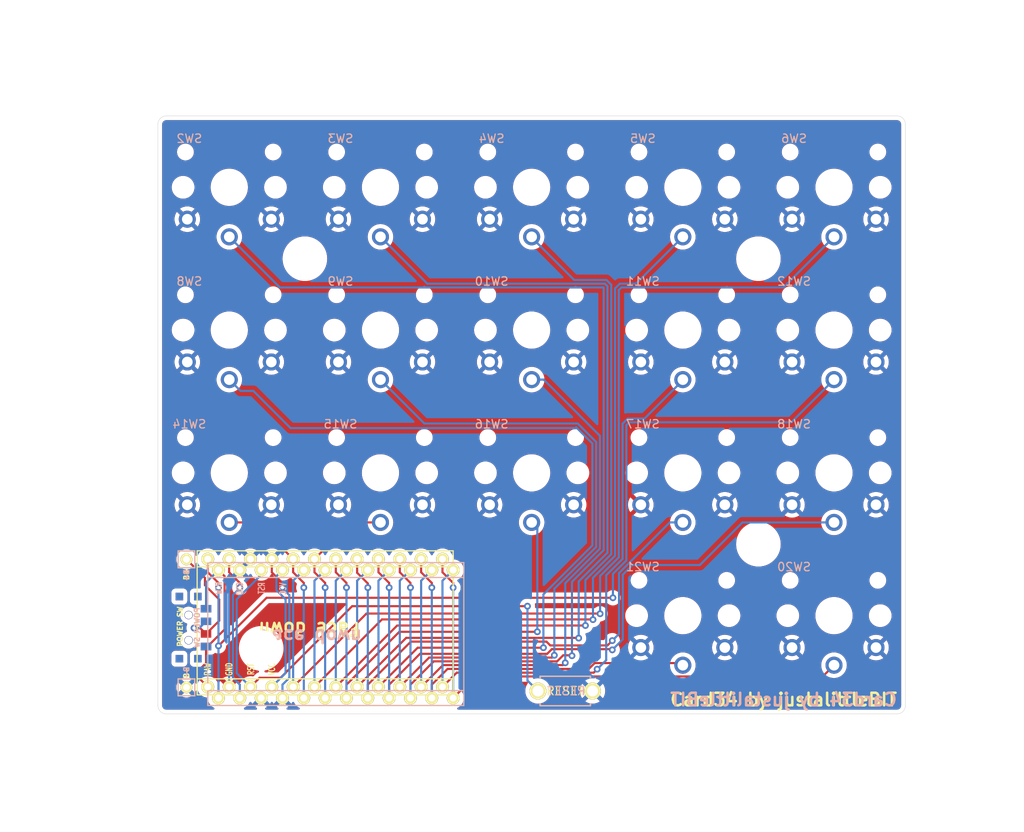
<source format=kicad_pcb>
(kicad_pcb (version 20211014) (generator pcbnew)
  (layers (0 "F.Cu" signal) (31 "B.Cu" signal) (34 "B.Paste" user) (35 "F.Paste" user) (36 "B.SilkS" user "B.Silkscreen") (37 "F.SilkS" user "F.Silkscreen") (38 "B.Mask" user) (39 "F.Mask" user) (44 "Edge.Cuts" user))
  (net 0 "")
  (net 1 "gnd")
  (net 2 "vcc")
  (net 3 "Switch18")
  (net 4 "reset")
  (net 5 "Switch1")
  (net 6 "Switch2")
  (net 7 "Switch3")
  (net 8 "Switch4")
  (net 9 "Switch5")
  (net 10 "Switch6")
  (net 11 "Switch7")
  (net 12 "Switch8")
  (net 13 "Switch9")
  (net 14 "Switch10")
  (net 15 "Switch11")
  (net 16 "Switch12")
  (net 17 "Switch13")
  (net 18 "Switch14")
  (net 19 "Switch15")
  (net 20 "Switch16")
  (net 21 "Switch17")
  (net 22 "raw")
  (net 23 "BT+_r")
  (net 24 "Net-(SW_POWERR1-Pad1)")
  (footprint "kbd:ResetSW" (layer "F.Cu") (at 80 94.974)
    (fp_text reference "RSW1" hide)
    (fp_text value "SW_Push")
  )
  (footprint "Kailh:SW_PG1350_rev_DPB" (layer "F.Cu") (at 40 35)
    (fp_text reference "SW2" hide)
    (fp_text value "SW_Push" hide)
  )
  (footprint "Kailh:SW_PG1350_rev_DPB" (layer "F.Cu") (at 58 35)
    (fp_text reference "SW3" hide)
    (fp_text value "SW_Push" hide)
  )
  (footprint "Kailh:SW_PG1350_rev_DPB" (layer "F.Cu") (at 76 35)
    (fp_text reference "SW4" hide)
    (fp_text value "SW_Push" hide)
  )
  (footprint "Kailh:SW_PG1350_rev_DPB" (layer "F.Cu") (at 94 35)
    (fp_text reference "SW5" hide)
    (fp_text value "SW_Push" hide)
  )
  (footprint "Kailh:SW_PG1350_rev_DPB" (layer "F.Cu") (at 112 35)
    (fp_text reference "SW6" hide)
    (fp_text value "SW_Push" hide)
  )
  (footprint "Kailh:SW_PG1350_rev_DPB" (layer "F.Cu") (at 40 52)
    (fp_text reference "SW8" hide)
    (fp_text value "SW_Push" hide)
  )
  (footprint "Kailh:SW_PG1350_rev_DPB" (layer "F.Cu") (at 58 52)
    (fp_text reference "SW9" hide)
    (fp_text value "SW_Push" hide)
  )
  (footprint "Kailh:SW_PG1350_rev_DPB" (layer "F.Cu") (at 76 52)
    (fp_text reference "SW10" hide)
    (fp_text value "SW_Push" hide)
  )
  (footprint "Kailh:SW_PG1350_rev_DPB" (layer "F.Cu") (at 94 52)
    (fp_text reference "SW11" hide)
    (fp_text value "SW_Push" hide)
  )
  (footprint "Kailh:SW_PG1350_rev_DPB" (layer "F.Cu") (at 112 52)
    (fp_text reference "SW12" hide)
    (fp_text value "SW_Push" hide)
  )
  (footprint "Kailh:SW_PG1350_rev_DPB" (layer "F.Cu") (at 40 69)
    (fp_text reference "SW14" hide)
    (fp_text value "SW_Push" hide)
  )
  (footprint "Kailh:SW_PG1350_rev_DPB" (layer "F.Cu") (at 58 69)
    (fp_text reference "SW15" hide)
    (fp_text value "SW_Push" hide)
  )
  (footprint "Kailh:SW_PG1350_rev_DPB" (layer "F.Cu") (at 76 69)
    (fp_text reference "SW16" hide)
    (fp_text value "SW_Push" hide)
  )
  (footprint "Kailh:SW_PG1350_rev_DPB" (layer "F.Cu") (at 94 69)
    (fp_text reference "SW17" hide)
    (fp_text value "SW_Push" hide)
  )
  (footprint "Kailh:SW_PG1350_rev_DPB" (layer "F.Cu") (at 112 69)
    (fp_text reference "SW18" hide)
    (fp_text value "SW_Push" hide)
  )
  (footprint "Kailh:SW_PG1350_rev_DPB" (layer "F.Cu") (at 112 86)
    (fp_text reference "SW20" hide)
    (fp_text value "SW_Push" hide)
  )
  (footprint "Kailh:SW_PG1350_rev_DPB" (layer "F.Cu") (at 94 86)
    (fp_text reference "SW21" hide)
    (fp_text value "SW_Push" hide)
  )
  (footprint "" (layer "F.Cu") (at 49 43.5)
    (fp_text reference "")
    (fp_text value "")
  )
  (footprint "kbd:ProMicro_v2" (layer "F.Cu") (at 51.92 86.92 90)
    (fp_text reference "U1" hide)
    (fp_text value "ProMicro-kbd" hide)
  )
  (footprint "kbd:1pin_conn" (layer "F.Cu") (at 34.902 94.54 90)
    (fp_text reference "B-")
    (fp_text value "MountingHole_Pad" hide)
  )
  (footprint "" (layer "F.Cu") (at 103 77.5)
    (fp_text reference "")
    (fp_text value "")
  )
  (footprint "" (layer "F.Cu") (at 103 43.5)
    (fp_text reference "")
    (fp_text value "")
  )
  (footprint "Kailh:SPDT_C128955r" (layer "F.Cu") (at 35.156 87.428 90)
    (fp_text reference "SW2" hide)
    (fp_text value "SW_SPDT")
  )
  (footprint "" (layer "F.Cu") (at 43.8 89.9)
    (fp_text reference "")
    (fp_text value "")
  )
  (footprint "kbd:1pin_conn" (layer "F.Cu") (at 34.902 79.3 90)
    (fp_text reference "B+")
    (fp_text value "MountingHole_Pad" hide)
  )
  (footprint "Kailh:SPDT_C128955" (layer "B.Cu") (at 35.156 87.428 -90)
    (fp_text reference "POWER SW")
    (fp_text value "SW_SPDT")
  )
  (gr_line (start 119.5 97.7) (end 32.5 97.7) (layer "Edge.Cuts") (width 0.05))
  (gr_arc (start 119.5 26.5) (mid 120.207107 26.792893) (end 120.5 27.5) (layer "Edge.Cuts") (width 0.05))
  (gr_arc (start 120.5 96.7) (mid 120.207107 97.407107) (end 119.5 97.7) (layer "Edge.Cuts") (width 0.05))
  (gr_line (start 32.5 26.5) (end 119.5 26.5) (layer "Edge.Cuts") (width 0.05))
  (gr_arc (start 31.5 27.5) (mid 31.792893 26.792893) (end 32.5 26.5) (layer "Edge.Cuts") (width 0.05))
  (gr_arc (start 32.5 97.7) (mid 31.792893 97.407107) (end 31.5 96.7) (layer "Edge.Cuts") (width 0.05))
  (gr_line (start 31.5 27.5) (end 31.5 96.7) (layer "Edge.Cuts") (width 0.05))
  (gr_line (start 120.5 27.5) (end 120.5 96.7) (layer "Edge.Cuts") (width 0.05))
  (gr_text "B-" (at 34.902 92.762 90) (layer "B.SilkS") (effects (font (size 0.6 0.6)) (justify mirror)))
  (gr_text "Card34 by justalittleBIT" (at 106 96) (layer "B.SilkS") (effects (font (size 1.5 1.5) (thickness 0.3)) (justify mirror)))
  (gr_text "B+" (at 34.902 81.205 90) (layer "B.SilkS") (effects (font (size 0.6 0.6)) (justify mirror)))
  (gr_text "Face down" (at 49.761 88.444 180) (layer "B.SilkS") (effects (font (size 1.5 1.5) (thickness 0.3)) (justify mirror)))
  (gr_text "POWER SW" (at 34.14 87.301 90) (layer "F.SilkS") (effects (font (size 0.6 0.6))))
  (gr_text "Face down" (at 49.507 87.555 180) (layer "F.SilkS") (effects (font (size 1.5 1.5) (thickness 0.3))))
  (gr_text "Card34 by justalittleBIT" (at 106 96) (layer "F.SilkS") (effects (font (size 1.5 1.5) (thickness 0.3))))
  (segment (start 42.522 79.2636) (end 42.522 79.3) (width 0.25) (layer "F.Cu") (net 1))
  (segment (start 45.062 80.83656) (end 45.062 79.2636) (width 0.25) (layer "F.Cu") (net 1))
  (segment (start 46.332 82.10656) (end 45.062 80.83656) (width 0.25) (layer "F.Cu") (net 1))
  (segment (start 38.1724 92.674) (end 39.982 94.4836) (width 0.25) (layer "F.Cu") (net 1))
  (segment (start 42.522 79.3) (end 41.252 80.57) (width 0.25) (layer "F.Cu") (net 1))
  (segment (start 37.6 92.674) (end 38.1724 92.674) (width 0.25) (layer "F.Cu") (net 1))
  (segment (start 46.332 82.742) (end 46.332 82.10656) (width 0.25) (layer "F.Cu") (net 1))
  (via (at 37.6 92.674) (size 0.8) (drill 0.4) (layers "F.Cu" "B.Cu") (net 1))
  (via (at 46.332 82.662) (size 0.8) (drill 0.4) (layers "F.Cu" "B.Cu") (net 1))
  (segment (start 46.332 94.21704) (end 47.15248 93.39656) (width 0.25) (layer "B.Cu") (net 1))
  (segment (start 47.15248 83.56248) (end 46.332 82.742) (width 0.25) (layer "B.Cu") (net 1))
  (segment (start 39.982 94.4836) (end 39.982 81.84) (width 0.25) (layer "B.Cu") (net 1))
  (segment (start 46.332 95.81) (end 46.332 94.21704) (width 0.25) (layer "B.Cu") (net 1))
  (segment (start 39.982 81.84) (end 41.252 80.57) (width 0.25) (layer "B.Cu") (net 1))
  (segment (start 36.768 92.674) (end 34.902 94.54) (width 0.25) (layer "B.Cu") (net 1))
  (segment (start 37.6 92.674) (end 36.768 92.674) (width 0.25) (layer "B.Cu") (net 1))
  (segment (start 47.15248 93.39656) (end 47.15248 83.56248) (width 0.25) (layer "B.Cu") (net 1))
  (segment (start 45.607489 82.962103) (end 45.607489 81.294511) (width 0.25) (layer "B.Cu") (net 2))
  (segment (start 45.607489 81.294511) (end 46.332 80.57) (width 0.25) (layer "B.Cu") (net 2))
  (segment (start 45.062 94.4836) (end 46.70296 92.84264) (width 0.25) (layer "B.Cu") (net 2))
  (segment (start 46.70296 84.057574) (end 45.607489 82.962103) (width 0.25) (layer "B.Cu") (net 2))
  (segment (start 46.70296 92.84264) (end 46.70296 84.057574) (width 0.25) (layer "B.Cu") (net 2))
  (segment (start 41.252 82.722) (end 41.252 82.10656) (width 0.25) (layer "F.Cu") (net 3))
  (segment (start 39.982 80.83656) (end 39.982 79.2636) (width 0.25) (layer "F.Cu") (net 3))
  (segment (start 41.252 82.10656) (end 39.982 80.83656) (width 0.25) (layer "F.Cu") (net 3))
  (via (at 41.252 82.662) (size 0.8) (drill 0.4) (layers "F.Cu" "B.Cu") (net 3))
  (segment (start 40.43152 93.39656) (end 40.43152 83.54248) (width 0.25) (layer "B.Cu") (net 3))
  (segment (start 41.252 94.21704) (end 40.43152 93.39656) (width 0.25) (layer "B.Cu") (net 3))
  (segment (start 40.43152 83.54248) (end 41.252 82.722) (width 0.25) (layer "B.Cu") (net 3))
  (segment (start 41.252 95.81) (end 41.252 94.21704) (width 0.25) (layer "B.Cu") (net 3))
  (segment (start 54.626 84.874) (end 46.102911 93.397089) (width 0.25) (layer "F.Cu") (net 4))
  (segment (start 46.102911 93.397089) (end 43.608511 93.397089) (width 0.25) (layer "F.Cu") (net 4))
  (segment (start 75.5 84.874) (end 54.626 84.874) (width 0.25) (layer "F.Cu") (net 4))
  (segment (start 43.608511 93.397089) (end 42.522 94.4836) (width 0.25) (layer "F.Cu") (net 4))
  (via (at 75.5 84.874) (size 0.8) (drill 0.4) (layers "F.Cu" "B.Cu") (net 4))
  (segment (start 75.5 93.724) (end 75.5 84.874) (width 0.25) (layer "B.Cu") (net 4))
  (segment (start 42.522 94.4836) (end 40.88104 92.84264) (width 0.25) (layer "B.Cu") (net 4))
  (segment (start 43.792 81.146614) (end 43.792 80.57) (width 0.25) (layer "B.Cu") (net 4))
  (segment (start 40.88104 84.057574) (end 43.792 81.146614) (width 0.25) (layer "B.Cu") (net 4))
  (segment (start 76.75 94.974) (end 75.5 93.724) (width 0.25) (layer "B.Cu") (net 4))
  (segment (start 40.88104 92.84264) (end 40.88104 84.057574) (width 0.25) (layer "B.Cu") (net 4))
  (segment (start 79.75608 90.71792) (end 79.031569 91.442431) (width 0.25) (layer "F.Cu") (net 5))
  (segment (start 61.572 82.10656) (end 60.302 80.83656) (width 0.25) (layer "F.Cu") (net 5))
  (segment (start 79.031569 91.442431) (end 64.346609 91.442431) (width 0.25) (layer "F.Cu") (net 5))
  (segment (start 64.346609 91.442431) (end 61.572 94.21704) (width 0.25) (layer "F.Cu") (net 5))
  (segment (start 80.74392 90.71792) (end 79.75608 90.71792) (width 0.25) (layer "F.Cu") (net 5))
  (segment (start 61.572 83.002) (end 61.572 82.10656) (width 0.25) (layer "F.Cu") (net 5))
  (segment (start 61.572 94.21704) (end 61.572 95.81) (width 0.25) (layer "F.Cu") (net 5))
  (segment (start 80.8 90.774) (end 80.74392 90.71792) (width 0.25) (layer "F.Cu") (net 5))
  (segment (start 60.302 80.83656) (end 60.302 79.2636) (width 0.25) (layer "F.Cu") (net 5))
  (via (at 80.8 90.774) (size 0.8) (drill 0.4) (layers "F.Cu" "B.Cu") (net 5))
  (via (at 61.572 82.662) (size 0.8) (drill 0.4) (layers "F.Cu" "B.Cu") (net 5))
  (segment (start 80.8 81.974) (end 84.577459 78.196541) (width 0.25) (layer "B.Cu") (net 5))
  (segment (start 61.572 95.81) (end 61.572 83.002) (width 0.25) (layer "B.Cu") (net 5))
  (segment (start 84.577459 46.974) (end 84.533638 46.930179) (width 0.25) (layer "B.Cu") (net 5))
  (segment (start 46.030179 46.930179) (end 40 40.9) (width 0.25) (layer "B.Cu") (net 5))
  (segment (start 84.533638 46.930179) (end 46.030179 46.930179) (width 0.25) (layer "B.Cu") (net 5))
  (segment (start 80.8 90.774) (end 80.8 81.974) (width 0.25) (layer "B.Cu") (net 5))
  (segment (start 84.577459 78.196541) (end 84.577459 46.974) (width 0.25) (layer "B.Cu") (net 5))
  (segment (start 61.06074 88.64486) (end 55.222 94.4836) (width 0.25) (layer "F.Cu") (net 6))
  (segment (start 81.57086 88.64486) (end 61.06074 88.64486) (width 0.25) (layer "F.Cu") (net 6))
  (segment (start 81.6 88.674) (end 81.57086 88.64486) (width 0.25) (layer "F.Cu") (net 6))
  (via (at 81.6 88.674) (size 0.8) (drill 0.4) (layers "F.Cu" "B.Cu") (net 6))
  (segment (start 85.026979 78.496996) (end 85.026979 46.787802) (width 0.25) (layer "B.Cu") (net 6))
  (segment (start 63.580659 46.480659) (end 58 40.9) (width 0.25) (layer "B.Cu") (net 6))
  (segment (start 84.719836 46.480659) (end 63.580659 46.480659) (width 0.25) (layer "B.Cu") (net 6))
  (segment (start 55.222 81.84) (end 56.492 80.57) (width 0.25) (layer "B.Cu") (net 6))
  (segment (start 55.222 94.4836) (end 55.222 81.84) (width 0.25) (layer "B.Cu") (net 6))
  (segment (start 85.026979 46.787802) (end 84.719836 46.480659) (width 0.25) (layer "B.Cu") (net 6))
  (segment (start 81.6 88.674) (end 81.6 81.923975) (width 0.25) (layer "B.Cu") (net 6))
  (segment (start 81.6 81.923975) (end 85.026979 78.496996) (width 0.25) (layer "B.Cu") (net 6))
  (segment (start 82.4 87.174) (end 59.9916 87.174) (width 0.25) (layer "F.Cu") (net 7))
  (segment (start 59.9916 87.174) (end 52.682 94.4836) (width 0.25) (layer "F.Cu") (net 7))
  (via (at 82.4 87.174) (size 0.8) (drill 0.4) (layers "F.Cu" "B.Cu") (net 7))
  (segment (start 81.057139 46.031139) (end 76 40.974) (width 0.25) (layer "B.Cu") (net 7))
  (segment (start 84.906034 46.031139) (end 81.057139 46.031139) (width 0.25) (layer "B.Cu") (net 7))
  (segment (start 82.4 81.759693) (end 85.476499 78.683194) (width 0.25) (layer "B.Cu") (net 7))
  (segment (start 85.476499 78.683194) (end 85.476499 46.601605) (width 0.25) (layer "B.Cu") (net 7))
  (segment (start 85.476499 46.601605) (end 84.906034 46.031139) (width 0.25) (layer "B.Cu") (net 7))
  (segment (start 82.4 87.174) (end 82.4 81.759693) (width 0.25) (layer "B.Cu") (net 7))
  (segment (start 76 40.974) (end 76 40.9) (width 0.25) (layer "B.Cu") (net 7))
  (segment (start 52.682 81.84) (end 53.952 80.57) (width 0.25) (layer "B.Cu") (net 7))
  (segment (start 52.682 94.4836) (end 52.682 81.84) (width 0.25) (layer "B.Cu") (net 7))
  (segment (start 58.176111 86.449489) (end 50.142 94.4836) (width 0.25) (layer "F.Cu") (net 8))
  (segment (start 83.3 86.474) (end 83.275489 86.449489) (width 0.25) (layer "F.Cu") (net 8))
  (segment (start 83.275489 86.449489) (end 58.176111 86.449489) (width 0.25) (layer "F.Cu") (net 8))
  (via (at 83.3 86.474) (size 0.8) (drill 0.4) (layers "F.Cu" "B.Cu") (net 8))
  (segment (start 50.142 81.84) (end 51.412 80.57) (width 0.25) (layer "B.Cu") (net 8))
  (segment (start 85.926019 78.869392) (end 85.926019 47.047981) (width 0.25) (layer "B.Cu") (net 8))
  (segment (start 88.419341 46.480659) (end 94 40.9) (width 0.25) (layer "B.Cu") (net 8))
  (segment (start 50.142 94.4836) (end 50.142 81.84) (width 0.25) (layer "B.Cu") (net 8))
  (segment (start 83.3 81.495411) (end 85.926019 78.869392) (width 0.25) (layer "B.Cu") (net 8))
  (segment (start 83.3 86.474) (end 83.3 81.495411) (width 0.25) (layer "B.Cu") (net 8))
  (segment (start 86.493341 46.480659) (end 88.419341 46.480659) (width 0.25) (layer "B.Cu") (net 8))
  (segment (start 85.926019 47.047981) (end 86.493341 46.480659) (width 0.25) (layer "B.Cu") (net 8))
  (segment (start 56.336111 85.749489) (end 47.602 94.4836) (width 0.25) (layer "F.Cu") (net 9))
  (segment (start 84.126478 85.749489) (end 56.336111 85.749489) (width 0.25) (layer "F.Cu") (net 9))
  (segment (start 84.150989 85.774) (end 84.126478 85.749489) (width 0.25) (layer "F.Cu") (net 9))
  (via (at 84.150989 85.774) (size 0.8) (drill 0.4) (layers "F.Cu" "B.Cu") (net 9))
  (segment (start 86.375539 79.05559) (end 86.375539 47.234179) (width 0.25) (layer "B.Cu") (net 9))
  (segment (start 47.602 81.84) (end 48.872 80.57) (width 0.25) (layer "B.Cu") (net 9))
  (segment (start 47.602 94.4836) (end 47.602 81.84) (width 0.25) (layer "B.Cu") (net 9))
  (segment (start 84.150989 81.28014) (end 86.375539 79.05559) (width 0.25) (layer "B.Cu") (net 9))
  (segment (start 86.375539 47.234179) (end 86.679539 46.930179) (width 0.25) (layer "B.Cu") (net 9))
  (segment (start 84.150989 85.774) (end 84.150989 81.28014) (width 0.25) (layer "B.Cu") (net 9))
  (segment (start 105.969821 46.930179) (end 112 40.9) (width 0.25) (layer "B.Cu") (net 9))
  (segment (start 86.679539 46.930179) (end 105.969821 46.930179) (width 0.25) (layer "B.Cu") (net 9))
  (segment (start 62.426709 89.818891) (end 57.762 94.4836) (width 0.25) (layer "F.Cu") (net 10))
  (segment (start 77.4 89.818891) (end 62.426709 89.818891) (width 0.25) (layer "F.Cu") (net 10))
  (via (at 77.4 89.818891) (size 0.8) (drill 0.4) (layers "F.Cu" "B.Cu") (net 10))
  (segment (start 81.3 63.574) (end 81.2 63.674) (width 0.25) (layer "B.Cu") (net 10))
  (segment (start 81.2 63.674) (end 47.3 63.674) (width 0.25) (layer "B.Cu") (net 10))
  (segment (start 77.4 83.466846) (end 83.228899 77.637947) (width 0.25) (layer "B.Cu") (net 10))
  (segment (start 57.762 94.4836) (end 57.762 81.84) (width 0.25) (layer "B.Cu") (net 10))
  (segment (start 47.3 63.674) (end 42.866511 59.240511) (width 0.25) (layer "B.Cu") (net 10))
  (segment (start 41.340511 59.240511) (end 40 57.9) (width 0.25) (layer "B.Cu") (net 10))
  (segment (start 57.762 81.84) (end 59.032 80.57) (width 0.25) (layer "B.Cu") (net 10))
  (segment (start 83.228899 77.637947) (end 83.228899 65.502899) (width 0.25) (layer "B.Cu") (net 10))
  (segment (start 83.228899 65.502899) (end 81.3 63.574) (width 0.25) (layer "B.Cu") (net 10))
  (segment (start 42.866511 59.240511) (end 41.340511 59.240511) (width 0.25) (layer "B.Cu") (net 10))
  (segment (start 77.4 89.818891) (end 77.4 83.466846) (width 0.25) (layer "B.Cu") (net 10))
  (segment (start 63.792689 90.992911) (end 60.302 94.4836) (width 0.25) (layer "F.Cu") (net 11))
  (segment (start 78.425009 90.992911) (end 63.792689 90.992911) (width 0.25) (layer "F.Cu") (net 11))
  (segment (start 78.7 90.71792) (end 78.425009 90.992911) (width 0.25) (layer "F.Cu") (net 11))
  (via (at 78.7 90.71792) (size 0.8) (drill 0.4) (layers "F.Cu" "B.Cu") (net 11))
  (segment (start 78.7 82.802564) (end 83.678419 77.824145) (width 0.25) (layer "B.Cu") (net 11))
  (segment (start 81.486198 63.12448) (end 63.22448 63.12448) (width 0.25) (layer "B.Cu") (net 11))
  (segment (start 63.22448 63.12448) (end 58 57.9) (width 0.25) (layer "B.Cu") (net 11))
  (segment (start 83.678419 65.316701) (end 81.486198 63.12448) (width 0.25) (layer "B.Cu") (net 11))
  (segment (start 60.302 94.4836) (end 60.302 81.84) (width 0.25) (layer "B.Cu") (net 11))
  (segment (start 78.7 90.71792) (end 78.7 82.802564) (width 0.25) (layer "B.Cu") (net 11))
  (segment (start 83.678419 77.824145) (end 83.678419 65.316701) (width 0.25) (layer "B.Cu") (net 11))
  (segment (start 60.302 81.84) (end 61.572 80.57) (width 0.25) (layer "B.Cu") (net 11))
  (segment (start 80 91.616971) (end 79.72502 91.891951) (width 0.25) (layer "F.Cu") (net 12))
  (segment (start 65.433649 91.891951) (end 62.842 94.4836) (width 0.25) (layer "F.Cu") (net 12))
  (segment (start 79.72502 91.891951) (end 65.433649 91.891951) (width 0.25) (layer "F.Cu") (net 12))
  (via (at 80 91.616971) (size 0.8) (drill 0.4) (layers "F.Cu" "B.Cu") (net 12))
  (segment (start 62.842 81.84) (end 64.112 80.57) (width 0.25) (layer "B.Cu") (net 12))
  (segment (start 84.127939 64.591099) (end 77.43684 57.9) (width 0.25) (layer "B.Cu") (net 12))
  (segment (start 77.43684 57.9) (end 76 57.9) (width 0.25) (layer "B.Cu") (net 12))
  (segment (start 80 82.138282) (end 84.127939 78.010343) (width 0.25) (layer "B.Cu") (net 12))
  (segment (start 62.842 94.4836) (end 62.842 81.84) (width 0.25) (layer "B.Cu") (net 12))
  (segment (start 84.127939 78.010343) (end 84.127939 64.591099) (width 0.25) (layer "B.Cu") (net 12))
  (segment (start 80 91.616971) (end 80 82.138282) (width 0.25) (layer "B.Cu") (net 12))
  (segment (start 83.383009 92.790991) (end 67.074609 92.790991) (width 0.25) (layer "F.Cu") (net 13))
  (segment (start 67.074609 92.790991) (end 65.382 94.4836) (width 0.25) (layer "F.Cu") (net 13))
  (segment (start 83.8 92.374) (end 83.383009 92.790991) (width 0.25) (layer "F.Cu") (net 13))
  (via (at 83.8 92.374) (size 0.8) (drill 0.4) (layers "F.Cu" "B.Cu") (net 13))
  (segment (start 65.382 81.84) (end 66.652 80.57) (width 0.25) (layer "B.Cu") (net 13))
  (segment (start 87.44952 62.52448) (end 89.44952 62.52448) (width 0.25) (layer "B.Cu") (net 13))
  (segment (start 89.44952 62.52448) (end 94 57.974) (width 0.25) (layer "B.Cu") (net 13))
  (segment (start 86.825059 63.148941) (end 87.44952 62.52448) (width 0.25) (layer "B.Cu") (net 13))
  (segment (start 84.875489 81.191358) (end 86.825059 79.241788) (width 0.25) (layer "B.Cu") (net 13))
  (segment (start 65.382 94.4836) (end 65.382 81.84) (width 0.25) (layer "B.Cu") (net 13))
  (segment (start 83.8 92.374) (end 84.875489 91.298511) (width 0.25) (layer "B.Cu") (net 13))
  (segment (start 84.875489 91.298511) (end 84.875489 81.191358) (width 0.25) (layer "B.Cu") (net 13))
  (segment (start 94 57.974) (end 94 57.9) (width 0.25) (layer "B.Cu") (net 13))
  (segment (start 86.825059 79.241788) (end 86.825059 63.148941) (width 0.25) (layer "B.Cu") (net 13))
  (segment (start 38.712 89.6) (end 44.438 83.874) (width 0.25) (layer "F.Cu") (net 14))
  (segment (start 38.712 82.10656) (end 37.442 80.83656) (width 0.25) (layer "F.Cu") (net 14))
  (segment (start 37.442 80.83656) (end 37.442 79.2636) (width 0.25) (layer "F.Cu") (net 14))
  (segment (start 38.712 82.662) (end 38.712 82.10656) (width 0.25) (layer "F.Cu") (net 14))
  (segment (start 44.438 83.874) (end 85.6755 83.874) (width 0.25) (layer "F.Cu") (net 14))
  (via (at 38.712 82.662) (size 0.8) (drill 0.4) (layers "F.Cu" "B.Cu") (net 14))
  (via (at 38.712 89.6) (size 0.8) (drill 0.4) (layers "F.Cu" "B.Cu") (net 14))
  (via (at 85.6755 83.874) (size 0.8) (drill 0.4) (layers "F.Cu" "B.Cu") (net 14))
  (segment (start 85.6755 83.874) (end 85.6755 81.027065) (width 0.25) (layer "B.Cu") (net 14))
  (segment (start 38.712 95.81) (end 38.712 89.6) (width 0.25) (layer "B.Cu") (net 14))
  (segment (start 85.6755 81.027065) (end 87.274579 79.427986) (width 0.25) (layer "B.Cu") (net 14))
  (segment (start 87.274579 63.335139) (end 87.635718 62.974) (width 0.25) (layer "B.Cu") (net 14))
  (segment (start 87.635718 62.974) (end 106.926 62.974) (width 0.25) (layer "B.Cu") (net 14))
  (segment (start 38.712 89.6) (end 38.712 82.662) (width 0.25) (layer "B.Cu") (net 14))
  (segment (start 87.274579 79.427986) (end 87.274579 63.335139) (width 0.25) (layer "B.Cu") (net 14))
  (segment (start 106.926 62.974) (end 112 57.9) (width 0.25) (layer "B.Cu") (net 14))
  (segment (start 43.2384 74.9) (end 40 74.9) (width 0.25) (layer "F.Cu") (net 15))
  (segment (start 47.602 80.83656) (end 47.602 79.2636) (width 0.25) (layer "F.Cu") (net 15))
  (segment (start 48.872 82.10656) (end 47.602 80.83656) (width 0.25) (layer "F.Cu") (net 15))
  (segment (start 47.602 79.2636) (end 43.2384 74.9) (width 0.25) (layer "F.Cu") (net 15))
  (segment (start 48.872 82.802) (end 48.872 82.10656) (width 0.25) (layer "F.Cu") (net 15))
  (via (at 48.872 82.662) (size 0.8) (drill 0.4) (layers "F.Cu" "B.Cu") (net 15))
  (segment (start 48.872 95.81) (end 48.872 82.802) (width 0.25) (layer "B.Cu") (net 15))
  (segment (start 50.142 80.83656) (end 50.142 79.2636) (width 0.25) (layer "F.Cu") (net 16))
  (segment (start 50.142 79.2636) (end 54.5056 74.9) (width 0.25) (layer "F.Cu") (net 16))
  (segment (start 51.412 82.862) (end 51.412 82.10656) (width 0.25) (layer "F.Cu") (net 16))
  (segment (start 51.412 82.10656) (end 50.142 80.83656) (width 0.25) (layer "F.Cu") (net 16))
  (segment (start 54.5056 74.9) (end 58 74.9) (width 0.25) (layer "F.Cu") (net 16))
  (via (at 51.412 82.662) (size 0.8) (drill 0.4) (layers "F.Cu" "B.Cu") (net 16))
  (segment (start 51.412 95.81) (end 51.412 82.862) (width 0.25) (layer "B.Cu") (net 16))
  (segment (start 53.952 82.10656) (end 52.682 80.83656) (width 0.25) (layer "F.Cu") (net 17))
  (segment (start 60.24868 87.92036) (end 53.952 94.21704) (width 0.25) (layer "F.Cu") (net 17))
  (segment (start 52.682 80.83656) (end 52.682 79.2636) (width 0.25) (layer "F.Cu") (net 17))
  (segment (start 76.6755 87.92036) (end 60.24868 87.92036) (width 0.25) (layer "F.Cu") (net 17))
  (segment (start 53.952 82.822) (end 53.952 82.10656) (width 0.25) (layer "F.Cu") (net 17))
  (segment (start 53.952 94.21704) (end 53.952 95.81) (width 0.25) (layer "F.Cu") (net 17))
  (via (at 76.6755 87.92036) (size 0.8) (drill 0.4) (layers "F.Cu" "B.Cu") (net 17))
  (via (at 53.952 82.662) (size 0.8) (drill 0.4) (layers "F.Cu" "B.Cu") (net 17))
  (segment (start 53.952 95.81) (end 53.952 82.822) (width 0.25) (layer "B.Cu") (net 17))
  (segment (start 76.6755 75.5755) (end 76 74.9) (width 0.25) (layer "B.Cu") (net 17))
  (segment (start 76.6755 87.92036) (end 76.6755 75.5755) (width 0.25) (layer "B.Cu") (net 17))
  (segment (start 56.492 94.21704) (end 56.492 95.81) (width 0.25) (layer "F.Cu") (net 18))
  (segment (start 61.61466 89.09438) (end 56.492 94.21704) (width 0.25) (layer "F.Cu") (net 18))
  (segment (start 77.764191 89.09438) (end 61.61466 89.09438) (width 0.25) (layer "F.Cu") (net 18))
  (segment (start 85.0301 89.543889) (end 78.2137 89.543889) (width 0.25) (layer "F.Cu") (net 18))
  (segment (start 55.222 80.896) (end 55.222 79.2636) (width 0.25) (layer "F.Cu") (net 18))
  (segment (start 56.492 82.466) (end 56.492 82.166) (width 0.25) (layer "F.Cu") (net 18))
  (segment (start 78.2137 89.543889) (end 77.764191 89.09438) (width 0.25) (layer "F.Cu") (net 18))
  (segment (start 56.492 82.166) (end 55.222 80.896) (width 0.25) (layer "F.Cu") (net 18))
  (segment (start 85.599989 88.974) (end 85.0301 89.543889) (width 0.25) (layer "F.Cu") (net 18))
  (via (at 85.599989 88.974) (size 0.8) (drill 0.4) (layers "F.Cu" "B.Cu") (net 18))
  (via (at 56.492 82.662) (size 0.8) (drill 0.4) (layers "F.Cu" "B.Cu") (net 18))
  (segment (start 85.599989 88.974) (end 86.4 88.173989) (width 0.25) (layer "B.Cu") (net 18))
  (segment (start 86.4 88.173989) (end 86.4 80.938283) (width 0.25) (layer "B.Cu") (net 18))
  (segment (start 56.492 95.81) (end 56.492 82.882) (width 0.25) (layer "B.Cu") (net 18))
  (segment (start 92.438283 74.9) (end 94 74.9) (width 0.25) (layer "B.Cu") (net 18))
  (segment (start 86.4 80.938283) (end 92.438283 74.9) (width 0.25) (layer "B.Cu") (net 18))
  (segment (start 85.519409 89.993409) (end 78.399897 89.993409) (width 0.25) (layer "F.Cu") (net 19))
  (segment (start 62.705649 90.543391) (end 59.032 94.21704) (width 0.25) (layer "F.Cu") (net 19))
  (segment (start 59.032 82.10656) (end 57.762 80.83656) (width 0.25) (layer "F.Cu") (net 19))
  (segment (start 59.032 82.942) (end 59.032 82.10656) (width 0.25) (layer "F.Cu") (net 19))
  (segment (start 77.849915 90.543391) (end 62.705649 90.543391) (width 0.25) (layer "F.Cu") (net 19))
  (segment (start 78.399897 89.993409) (end 77.849915 90.543391) (width 0.25) (layer "F.Cu") (net 19))
  (segment (start 59.032 94.21704) (end 59.032 95.81) (width 0.25) (layer "F.Cu") (net 19))
  (segment (start 57.762 80.83656) (end 57.762 79.2636) (width 0.25) (layer "F.Cu") (net 19))
  (segment (start 85.6 90.074) (end 85.519409 89.993409) (width 0.25) (layer "F.Cu") (net 19))
  (via (at 59.032 82.662) (size 0.8) (drill 0.4) (layers "F.Cu" "B.Cu") (net 19))
  (via (at 85.6 90.074) (size 0.8) (drill 0.4) (layers "F.Cu" "B.Cu") (net 19))
  (segment (start 101.1 74.9) (end 112 74.9) (width 0.25) (layer "B.Cu") (net 19))
  (segment (start 88 79.974) (end 96.026 79.974) (width 0.25) (layer "B.Cu") (net 19))
  (segment (start 59.032 95.81) (end 59.032 82.942) (width 0.25) (layer "B.Cu") (net 19))
  (segment (start 85.6 90.074) (end 86.84952 88.82448) (width 0.25) (layer "B.Cu") (net 19))
  (segment (start 86.84952 88.82448) (end 86.84952 81.12448) (width 0.25) (layer "B.Cu") (net 19))
  (segment (start 96.026 79.974) (end 101.1 74.9) (width 0.25) (layer "B.Cu") (net 19))
  (segment (start 86.84952 81.12448) (end 88 79.974) (width 0.25) (layer "B.Cu") (net 19))
  (segment (start 65.987569 92.341471) (end 82.807915 92.341471) (width 0.25) (layer "F.Cu") (net 20))
  (segment (start 64.112 94.21704) (end 65.987569 92.341471) (width 0.25) (layer "F.Cu") (net 20))
  (segment (start 82.807915 92.341471) (end 83.499897 91.649489) (width 0.25) (layer "F.Cu") (net 20))
  (segment (start 83.499897 91.649489) (end 93.749489 91.649489) (width 0.25) (layer "F.Cu") (net 20))
  (segment (start 64.112 82.962) (end 64.112 82.10656) (width 0.25) (layer "F.Cu") (net 20))
  (segment (start 64.112 82.10656) (end 62.842 80.83656) (width 0.25) (layer "F.Cu") (net 20))
  (segment (start 64.112 95.81) (end 64.112 94.21704) (width 0.25) (layer "F.Cu") (net 20))
  (segment (start 62.842 80.83656) (end 62.842 79.2636) (width 0.25) (layer "F.Cu") (net 20))
  (segment (start 93.749489 91.649489) (end 94 91.9) (width 0.25) (layer "F.Cu") (net 20))
  (via (at 64.112 82.662) (size 0.8) (drill 0.4) (layers "F.Cu" "B.Cu") (net 20))
  (segment (start 64.112 95.81) (end 64.112 82.962) (width 0.25) (layer "B.Cu") (net 20))
  (segment (start 66.652 82.10656) (end 65.382 80.83656) (width 0.25) (layer "F.Cu") (net 21))
  (segment (start 66.652 95.81) (end 69.221489 93.240511) (width 0.25) (layer "F.Cu") (net 21))
  (segment (start 69.221489 93.240511) (end 110.659489 93.240511) (width 0.25) (layer "F.Cu") (net 21))
  (segment (start 66.652 83.022) (end 66.652 82.10656) (width 0.25) (layer "F.Cu") (net 21))
  (segment (start 65.382 80.83656) (end 65.382 79.2636) (width 0.25) (layer "F.Cu") (net 21))
  (segment (start 110.659489 93.240511) (end 112 91.9) (width 0.25) (layer "F.Cu") (net 21))
  (via (at 66.652 82.662) (size 0.8) (drill 0.4) (layers "F.Cu" "B.Cu") (net 21))
  (segment (start 66.652 95.81) (end 66.652 83.022) (width 0.25) (layer "B.Cu") (net 21))
  (segment (start 35.9162 92.9578) (end 37.231 91.643) (width 0.25) (layer "F.Cu") (net 22))
  (segment (start 39.436511 87.647489) (end 39.436511 81.294511) (width 0.25) (layer "F.Cu") (net 22))
  (segment (start 37.231 89.678) (end 37.406 89.678) (width 0.25) (layer "F.Cu") (net 22))
  (segment (start 37.442 94.4836) (end 35.9162 92.9578) (width 0.25) (layer "F.Cu") (net 22))
  (segment (start 37.406 89.678) (end 39.436511 87.647489) (width 0.25) (layer "F.Cu") (net 22))
  (segment (start 37.231 91.643) (end 37.231 89.678) (width 0.25) (layer "F.Cu") (net 22))
  (segment (start 39.436511 81.294511) (end 38.712 80.57) (width 0.25) (layer "F.Cu") (net 22))
  (segment (start 38.712 80.57) (end 37.231 82.051) (width 0.25) (layer "B.Cu") (net 22))
  (segment (start 37.231 82.051) (end 37.231 85.178) (width 0.25) (layer "B.Cu") (net 22))
  (segment (start 36.527 87.474) (end 37.231 88.178) (width 0.25) (layer "F.Cu") (net 23))
  (segment (start 38.8 86.609) (end 38.8 84.074) (width 0.25) (layer "F.Cu") (net 23))
  (segment (start 37.1 82.374) (end 37.1 81.498) (width 0.25) (layer "F.Cu") (net 23))
  (segment (start 37.1 81.498) (end 34.902 79.3) (width 0.25) (layer "F.Cu") (net 23))
  (segment (start 38.8 84.074) (end 37.1 82.374) (width 0.25) (layer "F.Cu") (net 23))
  (segment (start 37.231 88.178) (end 38.8 86.609) (width 0.25) (layer "F.Cu") (net 23))
  (segment (start 35.8 87.474) (end 36.527 87.474) (width 0.25) (layer "F.Cu") (net 23))
  (via (at 35.8 87.474) (size 0.8) (drill 0.4) (layers "F.Cu" "B.Cu") (net 23))
  (segment (start 35.8 87.474) (end 36.435 87.474) (width 0.25) (layer "B.Cu") (net 23))
  (segment (start 36.435 87.474) (end 37.231 86.678) (width 0.25) (layer "B.Cu") (net 23))
  (zone (net 1) (net_name "gnd") (layer "F.Cu") (connect_pads (clearance 0.508)) (min_thickness 0.254) (fill yes (thermal_gap 0.508) (thermal_bridge_width 0.508))
    (polygon (pts (xy 15.24 15.24) (xy 132.08 15.24) (xy 132.08 109.22) (xy 15.24 109.22)))
  )
  (zone (net 1) (net_name "gnd") (layer "B.Cu") (connect_pads (clearance 0.508)) (min_thickness 0.254) (fill yes (thermal_gap 0.508) (thermal_bridge_width 0.508))
    (polygon (pts (xy 12.7 12.7) (xy 134.62 12.7) (xy 134.62 111.76) (xy 12.7 111.76)))
  )
)
</source>
